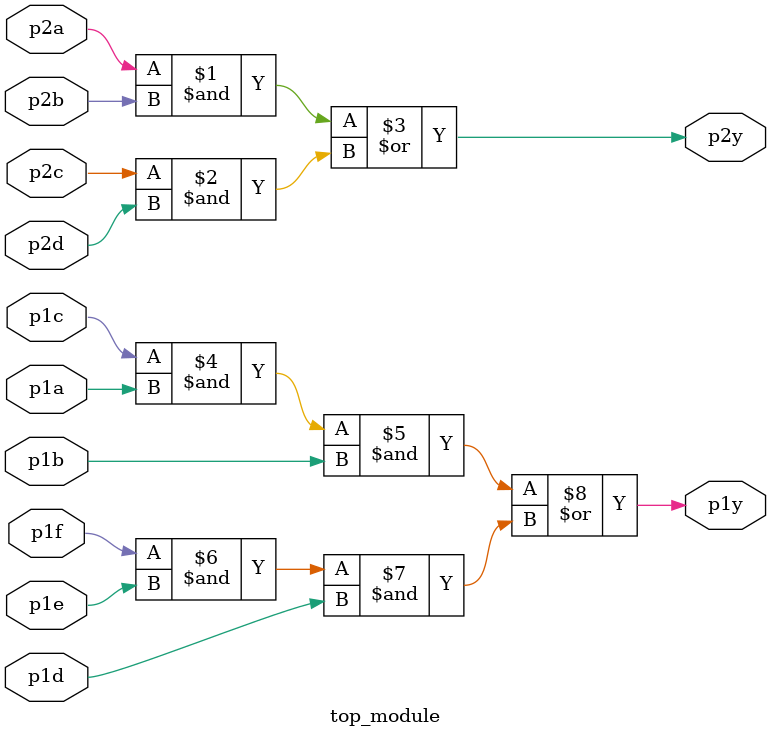
<source format=v>
module top_module ( 
    input p1a, p1b, p1c, p1d, p1e, p1f,
    output p1y,
    input p2a, p2b, p2c, p2d,
    output p2y );

    assign p2y = (p2a & p2b) | (p2c & p2d);
    assign p1y = (p1c & p1a & p1b) | (p1f & p1e & p1d);

endmodule

</source>
